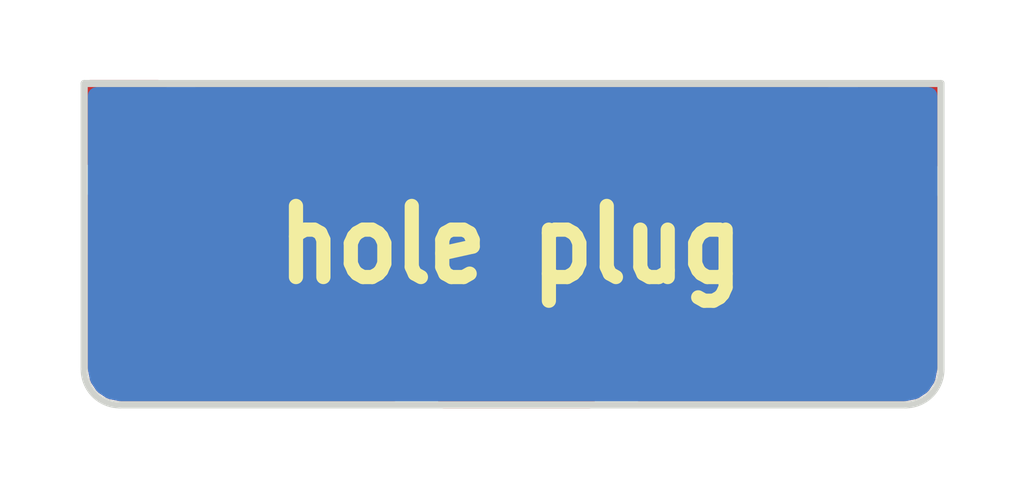
<source format=kicad_pcb>
(kicad_pcb (version 20160815) (host pcbnew "(2016-09-17 revision 679eef1)-makepkg")

  (general
    (links 3)
    (no_connects 1)
    (area 55.672143 114.8775 71.747857 126.127857)
    (thickness 1.6)
    (drawings 27)
    (tracks 1)
    (zones 0)
    (modules 4)
    (nets 2)
  )

  (page A4)
  (layers
    (0 F.Cu signal)
    (31 B.Cu signal)
    (32 B.Adhes user)
    (33 F.Adhes user)
    (34 B.Paste user)
    (35 F.Paste user)
    (36 B.SilkS user)
    (37 F.SilkS user)
    (38 B.Mask user)
    (39 F.Mask user)
    (40 Dwgs.User user hide)
    (41 Cmts.User user)
    (42 Eco1.User user)
    (43 Eco2.User user)
    (44 Edge.Cuts user)
    (45 Margin user)
    (46 B.CrtYd user)
    (47 F.CrtYd user)
    (48 B.Fab user)
    (49 F.Fab user)
  )

  (setup
    (last_trace_width 0.25)
    (trace_clearance 0.2)
    (zone_clearance 0)
    (zone_45_only yes)
    (trace_min 0.2)
    (segment_width 0.5)
    (edge_width 0.1)
    (via_size 0.8)
    (via_drill 0.4)
    (via_min_size 0.4)
    (via_min_drill 0.3)
    (uvia_size 0.3)
    (uvia_drill 0.1)
    (uvias_allowed no)
    (uvia_min_size 0.2)
    (uvia_min_drill 0.1)
    (pcb_text_width 0.3)
    (pcb_text_size 1.5 1.5)
    (mod_edge_width 0.15)
    (mod_text_size 1 1)
    (mod_text_width 0.15)
    (pad_size 0.8 2.2)
    (pad_drill 0)
    (pad_to_mask_clearance 0)
    (aux_axis_origin 57.27 119.21)
    (grid_origin 58.03 124.06)
    (visible_elements 7FFFFFFF)
    (pcbplotparams
      (layerselection 0x010f0_ffffffff)
      (usegerberextensions true)
      (excludeedgelayer true)
      (linewidth 0.150000)
      (plotframeref false)
      (viasonmask false)
      (mode 1)
      (useauxorigin true)
      (hpglpennumber 1)
      (hpglpenspeed 20)
      (hpglpendiameter 15)
      (psnegative false)
      (psa4output false)
      (plotreference false)
      (plotvalue false)
      (plotinvisibletext false)
      (padsonsilk false)
      (subtractmaskfromsilk true)
      (outputformat 1)
      (mirror false)
      (drillshape 0)
      (scaleselection 1)
      (outputdirectory ../_Gerber/20160924_hole_plug_2/))
  )

  (net 0 "")
  (net 1 GND)

  (net_class Default "This is the default net class."
    (clearance 0.2)
    (trace_width 0.25)
    (via_dia 0.8)
    (via_drill 0.4)
    (uvia_dia 0.3)
    (uvia_drill 0.1)
    (diff_pair_gap 0.25)
    (diff_pair_width 0.2)
    (add_net GND)
  )

  (module Connect:1pin (layer B.Cu) (tedit 57E7E583) (tstamp 57D43114)
    (at 63.62 120.11 90)
    (descr "module 1 pin (ou trou mecanique de percage)")
    (tags DEV)
    (fp_text reference REF** (at 0 4.175 90) (layer B.SilkS) hide
      (effects (font (size 1 1) (thickness 0.15)) (justify mirror))
    )
    (fp_text value 1pin (at 0 -2.794 90) (layer B.Fab)
      (effects (font (size 1 1) (thickness 0.15)) (justify mirror))
    )
    (pad 1 smd roundrect (at 0 0 90) (size 0.8 2.2) (layers B.Cu)(roundrect_rratio 0.1)
      (net 1 GND) (zone_connect 2) (thermal_width 0.3) (thermal_gap 0.5))
  )

  (module Connect:1pin (layer F.Cu) (tedit 57E7E583) (tstamp 57D42815)
    (at 58.09 120.09)
    (descr "module 1 pin (ou trou mecanique de percage)")
    (tags DEV)
    (fp_text reference REF** (at 0 -4.175) (layer F.SilkS) hide
      (effects (font (size 1 1) (thickness 0.15)))
    )
    (fp_text value 1pin (at 0 2.794) (layer F.Fab)
      (effects (font (size 1 1) (thickness 0.15)))
    )
    (pad 1 smd roundrect (at 0 0) (size 1.2 1.2) (layers F.Cu F.Mask)(roundrect_rratio 0.1)
      (net 1 GND) (zone_connect 1) (thermal_width 0.5) (thermal_gap 0.3))
  )

  (module Connect:1pin (layer F.Cu) (tedit 57E7E583) (tstamp 57D427FA)
    (at 69.01 120.11)
    (descr "module 1 pin (ou trou mecanique de percage)")
    (tags DEV)
    (fp_text reference REF** (at 0 -4.175) (layer F.SilkS) hide
      (effects (font (size 1 1) (thickness 0.15)))
    )
    (fp_text value 1pin (at 0 2.794) (layer F.Fab)
      (effects (font (size 1 1) (thickness 0.15)))
    )
    (pad 1 smd roundrect (at 0 0) (size 1.2 1.2) (layers F.Cu F.Mask)(roundrect_rratio 0.1)
      (net 1 GND) (zone_connect 1) (thermal_width 0.5) (thermal_gap 0.3))
  )

  (module Connect:1pin (layer F.Cu) (tedit 57E7E583) (tstamp 57D427F0)
    (at 63.61 123.71 270)
    (descr "module 1 pin (ou trou mecanique de percage)")
    (tags DEV)
    (fp_text reference REF** (at 0 -4.175 270) (layer F.SilkS) hide
      (effects (font (size 1 1) (thickness 0.15)))
    )
    (fp_text value 1pin (at 0 2.794 270) (layer F.Fab)
      (effects (font (size 1 1) (thickness 0.15)))
    )
    (pad 1 smd roundrect (at 0 0 270) (size 0.8 2.2) (layers F.Cu F.Mask)(roundrect_rratio 0.1)
      (net 1 GND) (zone_connect 1) (thermal_width 0.3) (thermal_gap 0.5))
  )

  (gr_text "hole plug" (at 63.53 121.81) (layer F.SilkS) (tstamp 57B64DBF)
    (effects (font (size 1 0.9) (thickness 0.2)))
  )
  (gr_line (start 69.58 119.54) (end 69.58 123.56) (layer Edge.Cuts) (width 0.1))
  (gr_line (start 57.53 119.54) (end 69.58 119.54) (layer Edge.Cuts) (width 0.1))
  (gr_line (start 57.53 123.55) (end 57.53 119.54) (layer Edge.Cuts) (width 0.1))
  (gr_line (start 69.08 124.06) (end 58.03 124.06) (layer Edge.Cuts) (width 0.1))
  (gr_arc (start 69.08 123.56) (end 69.58 123.56) (angle 90) (layer Edge.Cuts) (width 0.1) (tstamp 57B64CEB))
  (gr_arc (start 58.03 123.56) (end 58.03 124.06) (angle 90) (layer Edge.Cuts) (width 0.1) (tstamp 57B64CE2))
  (gr_line (start 69.913521 119.199078) (end 57.413521 119.199078) (layer Dwgs.User) (width 0.1))
  (gr_line (start 57.413521 119.199078) (end 57.413521 124.199078) (layer Dwgs.User) (width 0.1))
  (gr_line (start 69.913521 124.199078) (end 69.913521 119.199078) (layer Dwgs.User) (width 0.1))
  (gr_line (start 57.413521 124.199078) (end 69.913521 124.199078) (layer Dwgs.User) (width 0.1))
  (gr_line (start 70.608536 119.540521) (end 70.608536 115.480749) (layer Dwgs.User) (width 0.1))
  (gr_line (start 56.543957 119.540521) (end 70.608536 119.540521) (layer Dwgs.User) (width 0.1))
  (gr_line (start 56.543957 115.480749) (end 56.543957 119.540521) (layer Dwgs.User) (width 0.1))
  (gr_line (start 70.608536 115.480749) (end 56.543957 115.480749) (layer Dwgs.User) (width 0.1))
  (gr_line (start 70.396626 119.272938) (end 70.396626 115.83049) (layer Dwgs.User) (width 0.1))
  (gr_line (start 56.751611 115.83049) (end 56.751611 119.272938) (layer Dwgs.User) (width 0.1))
  (gr_line (start 56.751611 119.272938) (end 70.396626 119.272938) (layer Dwgs.User) (width 0.1))
  (gr_line (start 70.396626 115.83049) (end 56.751611 115.83049) (layer Dwgs.User) (width 0.1))
  (gr_line (start 70.271898 119.28539) (end 56.851404 119.28539) (layer Dwgs.User) (width 0.1))
  (gr_line (start 69.648749 123.919269) (end 69.648749 119.400409) (layer Dwgs.User) (width 0.1))
  (gr_line (start 69.648749 119.400409) (end 57.662449 119.400409) (layer Dwgs.User) (width 0.1))
  (gr_line (start 57.662449 119.400409) (end 57.662449 123.919269) (layer Dwgs.User) (width 0.1))
  (gr_line (start 57.662449 123.919269) (end 69.648749 123.919269) (layer Dwgs.User) (width 0.1))
  (gr_line (start 56.851404 121.256057) (end 70.271898 121.256057) (layer Dwgs.User) (width 0.1))
  (gr_line (start 70.271898 121.256057) (end 70.271898 119.28539) (layer Dwgs.User) (width 0.1))
  (gr_line (start 56.851404 119.28539) (end 56.851404 121.256057) (layer Dwgs.User) (width 0.1))

  (segment (start 70.25 115.45) (end 56.95 115.45) (width 0.25) (layer Dwgs.User) (net 0))

  (zone (net 1) (net_name GND) (layer F.Cu) (tstamp 57B64E0F) (hatch edge 0.508)
    (connect_pads yes (clearance 0))
    (min_thickness 0.254)
    (fill yes (arc_segments 16) (thermal_gap 0.508) (thermal_bridge_width 0.508))
    (polygon
      (pts
        (xy 57.43 124.14) (xy 69.97 124.15) (xy 70 119.31) (xy 57.43 119.36)
      )
    )
    (filled_polygon
      (pts
        (xy 67.983 119.88025) (xy 68.08975 119.987) (xy 68.887 119.987) (xy 68.887 119.967) (xy 69.133 119.967)
        (xy 69.133 119.987) (xy 69.153 119.987) (xy 69.153 120.233) (xy 69.133 120.233) (xy 69.133 121.03025)
        (xy 69.23975 121.137) (xy 69.403 121.137) (xy 69.403 123.542567) (xy 69.37521 123.682278) (xy 69.305943 123.785943)
        (xy 69.202278 123.85521) (xy 69.062567 123.883) (xy 65.33025 123.883) (xy 65.18025 123.733) (xy 63.633 123.733)
        (xy 63.633 123.753) (xy 63.587 123.753) (xy 63.587 123.733) (xy 62.03975 123.733) (xy 61.88975 123.883)
        (xy 58.047433 123.883) (xy 57.907722 123.85521) (xy 57.804057 123.785943) (xy 57.73479 123.682278) (xy 57.707 123.542567)
        (xy 57.707 123.185282) (xy 61.883 123.185282) (xy 61.883 123.53025) (xy 62.03975 123.687) (xy 63.587 123.687)
        (xy 63.587 122.83975) (xy 63.633 122.83975) (xy 63.633 123.687) (xy 65.18025 123.687) (xy 65.337 123.53025)
        (xy 65.337 123.185282) (xy 65.241545 122.954833) (xy 65.065167 122.778455) (xy 64.834718 122.683) (xy 63.78975 122.683)
        (xy 63.633 122.83975) (xy 63.587 122.83975) (xy 63.43025 122.683) (xy 62.385282 122.683) (xy 62.154833 122.778455)
        (xy 61.978455 122.954833) (xy 61.883 123.185282) (xy 57.707 123.185282) (xy 57.707 121.117) (xy 57.86025 121.117)
        (xy 57.967 121.01025) (xy 57.967 120.213) (xy 58.213 120.213) (xy 58.213 121.01025) (xy 58.31975 121.117)
        (xy 58.774935 121.117) (xy 58.931876 121.051993) (xy 59.051993 120.931876) (xy 59.117 120.774936) (xy 59.117 120.33975)
        (xy 67.983 120.33975) (xy 67.983 120.794936) (xy 68.048007 120.951876) (xy 68.168124 121.071993) (xy 68.325065 121.137)
        (xy 68.78025 121.137) (xy 68.887 121.03025) (xy 68.887 120.233) (xy 68.08975 120.233) (xy 67.983 120.33975)
        (xy 59.117 120.33975) (xy 59.117 120.31975) (xy 59.01025 120.213) (xy 58.213 120.213) (xy 57.967 120.213)
        (xy 57.947 120.213) (xy 57.947 119.967) (xy 57.967 119.967) (xy 57.967 119.947) (xy 58.213 119.947)
        (xy 58.213 119.967) (xy 59.01025 119.967) (xy 59.117 119.86025) (xy 59.117 119.717) (xy 67.983 119.717)
      )
    )
  )
  (zone (net 1) (net_name GND) (layer B.Cu) (tstamp 57B64E1D) (hatch edge 0.508)
    (connect_pads yes (clearance 0))
    (min_thickness 0.254)
    (fill yes (arc_segments 16) (thermal_gap 0.508) (thermal_bridge_width 0.508))
    (polygon
      (pts
        (xy 57.33 119.26) (xy 70.02 119.26) (xy 70.04 124.26) (xy 57.28 124.27)
      )
    )
    (filled_polygon
      (pts
        (xy 69.403 123.542567) (xy 69.37521 123.682278) (xy 69.305943 123.785943) (xy 69.202278 123.85521) (xy 69.062567 123.883)
        (xy 58.047433 123.883) (xy 57.907722 123.85521) (xy 57.804057 123.785943) (xy 57.73479 123.682278) (xy 57.707 123.542567)
        (xy 57.707 119.717) (xy 69.403 119.717)
      )
    )
  )
)

</source>
